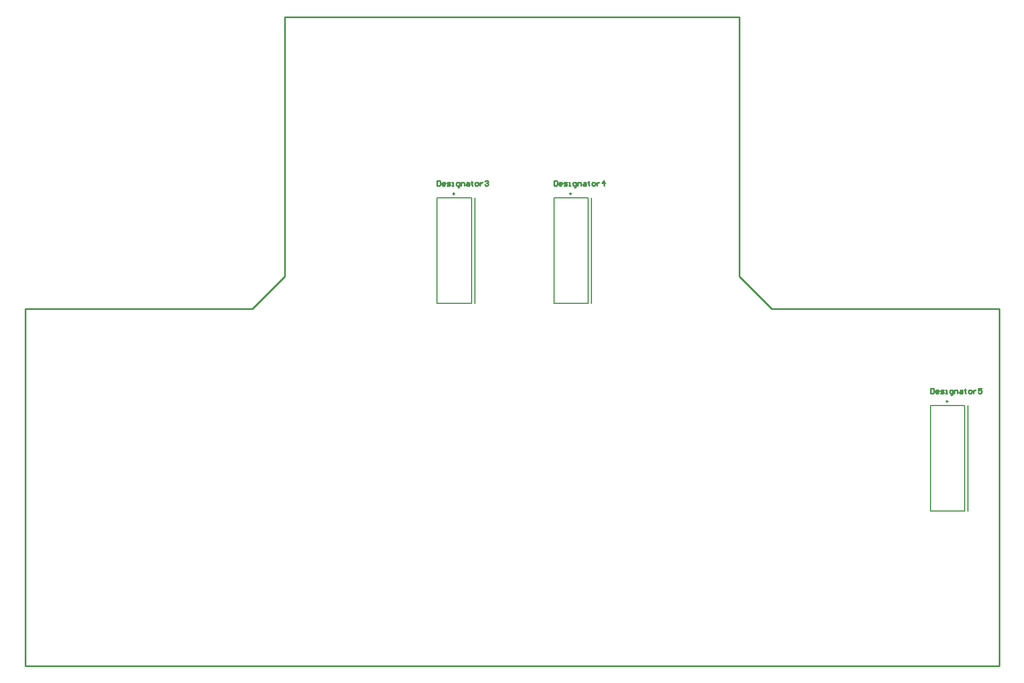
<source format=gto>
G04*
G04 #@! TF.GenerationSoftware,Altium Limited,Altium Designer,20.1.14 (287)*
G04*
G04 Layer_Color=65535*
%FSLAX25Y25*%
%MOIN*%
G70*
G04*
G04 #@! TF.SameCoordinates,7EF2F56A-1C26-44AA-8ACF-2970D4F7F29B*
G04*
G04*
G04 #@! TF.FilePolarity,Positive*
G04*
G01*
G75*
%ADD10C,0.00984*%
%ADD11C,0.00787*%
%ADD12C,0.01000*%
D10*
X559547Y160433D02*
G03*
X559547Y160433I-492J0D01*
G01*
X331201Y286417D02*
G03*
X331201Y286417I-492J0D01*
G01*
X260335D02*
G03*
X260335Y286417I-492J0D01*
G01*
D11*
X548996Y157874D02*
X569862D01*
X548996Y94095D02*
X569862D01*
X548996D02*
Y157874D01*
X569862Y94095D02*
Y157874D01*
X571831Y94095D02*
Y157874D01*
X320650Y283858D02*
X341516D01*
X320650Y220079D02*
X341516D01*
X320650D02*
Y283858D01*
X341516Y220079D02*
Y283858D01*
X343484Y220079D02*
Y283858D01*
X249783D02*
X270650D01*
X249783Y220079D02*
X270650D01*
X249783D02*
Y283858D01*
X270650Y220079D02*
Y283858D01*
X272618Y220079D02*
Y283858D01*
D12*
X157480Y393701D02*
X433071D01*
Y236221D02*
Y393701D01*
Y236221D02*
X452756Y216535D01*
X590551D01*
Y0D02*
Y216535D01*
X0Y0D02*
X590551D01*
X0D02*
Y216535D01*
X0Y216535D01*
X137795D01*
X157480Y236221D01*
Y393701D01*
X549046Y168415D02*
Y165416D01*
X550546D01*
X551046Y165916D01*
Y167915D01*
X550546Y168415D01*
X549046D01*
X553545Y165416D02*
X552545D01*
X552045Y165916D01*
Y166915D01*
X552545Y167415D01*
X553545D01*
X554045Y166915D01*
Y166415D01*
X552045D01*
X555045Y165416D02*
X556544D01*
X557044Y165916D01*
X556544Y166415D01*
X555544D01*
X555045Y166915D01*
X555544Y167415D01*
X557044D01*
X558043Y165416D02*
X559043D01*
X558543D01*
Y167415D01*
X558043D01*
X561542Y164416D02*
X562042D01*
X562542Y164916D01*
Y167415D01*
X561042D01*
X560543Y166915D01*
Y165916D01*
X561042Y165416D01*
X562542D01*
X563542D02*
Y167415D01*
X565041D01*
X565541Y166915D01*
Y165416D01*
X567041Y167415D02*
X568040D01*
X568540Y166915D01*
Y165416D01*
X567041D01*
X566541Y165916D01*
X567041Y166415D01*
X568540D01*
X570040Y167915D02*
Y167415D01*
X569540D01*
X570540D01*
X570040D01*
Y165916D01*
X570540Y165416D01*
X572539D02*
X573538D01*
X574038Y165916D01*
Y166915D01*
X573538Y167415D01*
X572539D01*
X572039Y166915D01*
Y165916D01*
X572539Y165416D01*
X575038Y167415D02*
Y165416D01*
Y166415D01*
X575538Y166915D01*
X576038Y167415D01*
X576538D01*
X580036Y168415D02*
X578037D01*
Y166915D01*
X579037Y167415D01*
X579536D01*
X580036Y166915D01*
Y165916D01*
X579536Y165416D01*
X578537D01*
X578037Y165916D01*
X320666Y294399D02*
Y291400D01*
X322166D01*
X322665Y291900D01*
Y293899D01*
X322166Y294399D01*
X320666D01*
X325165Y291400D02*
X324165D01*
X323665Y291900D01*
Y292899D01*
X324165Y293399D01*
X325165D01*
X325664Y292899D01*
Y292400D01*
X323665D01*
X326664Y291400D02*
X328164D01*
X328663Y291900D01*
X328164Y292400D01*
X327164D01*
X326664Y292899D01*
X327164Y293399D01*
X328663D01*
X329663Y291400D02*
X330663D01*
X330163D01*
Y293399D01*
X329663D01*
X333162Y290400D02*
X333662D01*
X334162Y290900D01*
Y293399D01*
X332662D01*
X332162Y292899D01*
Y291900D01*
X332662Y291400D01*
X334162D01*
X335161D02*
Y293399D01*
X336661D01*
X337161Y292899D01*
Y291400D01*
X338660Y293399D02*
X339660D01*
X340160Y292899D01*
Y291400D01*
X338660D01*
X338160Y291900D01*
X338660Y292400D01*
X340160D01*
X341659Y293899D02*
Y293399D01*
X341160D01*
X342159D01*
X341659D01*
Y291900D01*
X342159Y291400D01*
X344159D02*
X345158D01*
X345658Y291900D01*
Y292899D01*
X345158Y293399D01*
X344159D01*
X343659Y292899D01*
Y291900D01*
X344159Y291400D01*
X346658Y293399D02*
Y291400D01*
Y292400D01*
X347158Y292899D01*
X347657Y293399D01*
X348157D01*
X351156Y291400D02*
Y294399D01*
X349657Y292899D01*
X351656D01*
X249816Y294438D02*
Y291439D01*
X251316D01*
X251816Y291938D01*
Y293938D01*
X251316Y294438D01*
X249816D01*
X254315Y291439D02*
X253315D01*
X252816Y291938D01*
Y292938D01*
X253315Y293438D01*
X254315D01*
X254815Y292938D01*
Y292438D01*
X252816D01*
X255815Y291439D02*
X257314D01*
X257814Y291938D01*
X257314Y292438D01*
X256314D01*
X255815Y292938D01*
X256314Y293438D01*
X257814D01*
X258814Y291439D02*
X259813D01*
X259314D01*
Y293438D01*
X258814D01*
X262313Y290439D02*
X262812D01*
X263312Y290939D01*
Y293438D01*
X261813D01*
X261313Y292938D01*
Y291938D01*
X261813Y291439D01*
X263312D01*
X264312D02*
Y293438D01*
X265811D01*
X266311Y292938D01*
Y291439D01*
X267811Y293438D02*
X268810D01*
X269310Y292938D01*
Y291439D01*
X267811D01*
X267311Y291938D01*
X267811Y292438D01*
X269310D01*
X270810Y293938D02*
Y293438D01*
X270310D01*
X271310D01*
X270810D01*
Y291938D01*
X271310Y291439D01*
X273309D02*
X274309D01*
X274808Y291938D01*
Y292938D01*
X274309Y293438D01*
X273309D01*
X272809Y292938D01*
Y291938D01*
X273309Y291439D01*
X275808Y293438D02*
Y291439D01*
Y292438D01*
X276308Y292938D01*
X276808Y293438D01*
X277308D01*
X278807Y293938D02*
X279307Y294438D01*
X280307D01*
X280806Y293938D01*
Y293438D01*
X280307Y292938D01*
X279807D01*
X280307D01*
X280806Y292438D01*
Y291938D01*
X280307Y291439D01*
X279307D01*
X278807Y291938D01*
M02*

</source>
